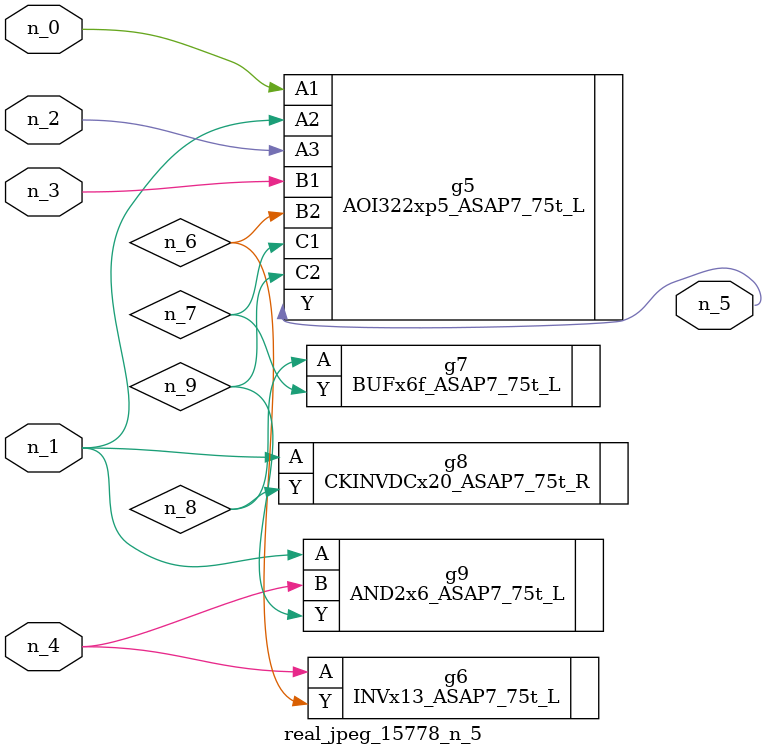
<source format=v>
module real_jpeg_15778_n_5 (n_4, n_0, n_1, n_2, n_3, n_5);

input n_4;
input n_0;
input n_1;
input n_2;
input n_3;

output n_5;

wire n_8;
wire n_6;
wire n_7;
wire n_9;

AOI322xp5_ASAP7_75t_L g5 ( 
.A1(n_0),
.A2(n_1),
.A3(n_2),
.B1(n_3),
.B2(n_6),
.C1(n_7),
.C2(n_9),
.Y(n_5)
);

CKINVDCx20_ASAP7_75t_R g8 ( 
.A(n_1),
.Y(n_8)
);

AND2x6_ASAP7_75t_L g9 ( 
.A(n_1),
.B(n_4),
.Y(n_9)
);

INVx13_ASAP7_75t_L g6 ( 
.A(n_4),
.Y(n_6)
);

BUFx6f_ASAP7_75t_L g7 ( 
.A(n_8),
.Y(n_7)
);


endmodule
</source>
